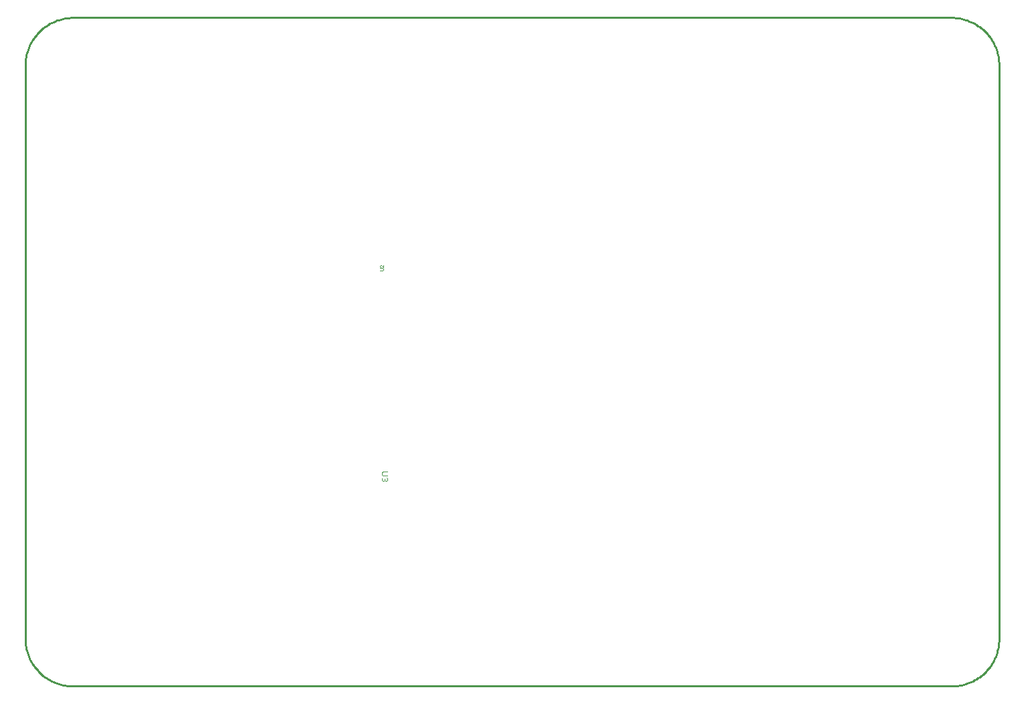
<source format=gm1>
G04*
G04 #@! TF.GenerationSoftware,Altium Limited,Altium Designer,21.3.1 (25)*
G04*
G04 Layer_Color=16711935*
%FSLAX25Y25*%
%MOIN*%
G70*
G04*
G04 #@! TF.SameCoordinates,B8EFB4BC-30DA-42F7-88CE-EC59C6869F36*
G04*
G04*
G04 #@! TF.FilePolarity,Positive*
G04*
G01*
G75*
%ADD10C,0.01000*%
%ADD11C,0.00394*%
%ADD130C,0.00236*%
D10*
X23622Y332677D02*
X22619Y332656D01*
X21619Y332592D01*
X20622Y332486D01*
X19630Y332337D01*
X18645Y332147D01*
X17670Y331915D01*
X16705Y331642D01*
X15753Y331328D01*
X14814Y330974D01*
X13892Y330580D01*
X12987Y330148D01*
X12102Y329678D01*
X11237Y329170D01*
X10394Y328626D01*
X9576Y328047D01*
X8782Y327434D01*
X8016Y326787D01*
X7277Y326109D01*
X6568Y325400D01*
X5890Y324662D01*
X5243Y323895D01*
X4630Y323102D01*
X4051Y322283D01*
X3507Y321440D01*
X3000Y320575D01*
X2529Y319690D01*
X2097Y318785D01*
X1703Y317863D01*
X1349Y316925D01*
X1035Y315972D01*
X762Y315007D01*
X530Y314032D01*
X340Y313047D01*
X191Y312055D01*
X85Y311058D01*
X21Y310058D01*
X0Y309055D01*
X484252D02*
X484231Y310058D01*
X484167Y311058D01*
X484061Y312055D01*
X483912Y313047D01*
X483722Y314032D01*
X483490Y315007D01*
X483216Y315972D01*
X482903Y316925D01*
X482549Y317863D01*
X482155Y318785D01*
X481723Y319690D01*
X481252Y320575D01*
X480745Y321440D01*
X480201Y322283D01*
X479622Y323102D01*
X479009Y323895D01*
X478362Y324662D01*
X477684Y325400D01*
X476975Y326109D01*
X476236Y326787D01*
X475470Y327434D01*
X474676Y328047D01*
X473858Y328626D01*
X473015Y329170D01*
X472150Y329678D01*
X471265Y330148D01*
X470360Y330580D01*
X469438Y330974D01*
X468499Y331328D01*
X467547Y331642D01*
X466582Y331915D01*
X465607Y332147D01*
X464622Y332337D01*
X463630Y332486D01*
X462633Y332592D01*
X461632Y332656D01*
X460630Y332677D01*
Y0D02*
X461632Y21D01*
X462633Y85D01*
X463630Y191D01*
X464622Y340D01*
X465607Y530D01*
X466582Y762D01*
X467547Y1035D01*
X468499Y1349D01*
X469438Y1703D01*
X470360Y2097D01*
X471265Y2529D01*
X472150Y3000D01*
X473015Y3507D01*
X473858Y4051D01*
X474676Y4630D01*
X475470Y5243D01*
X476236Y5890D01*
X476975Y6568D01*
X477684Y7277D01*
X478362Y8016D01*
X479009Y8782D01*
X479622Y9576D01*
X480201Y10394D01*
X480745Y11237D01*
X481252Y12102D01*
X481723Y12987D01*
X482155Y13892D01*
X482549Y14814D01*
X482903Y15753D01*
X483216Y16705D01*
X483490Y17670D01*
X483722Y18645D01*
X483912Y19630D01*
X484061Y20622D01*
X484167Y21619D01*
X484231Y22619D01*
X484252Y23622D01*
X0D02*
X21Y22619D01*
X85Y21619D01*
X191Y20622D01*
X340Y19630D01*
X530Y18645D01*
X762Y17670D01*
X1035Y16705D01*
X1349Y15753D01*
X1703Y14814D01*
X2097Y13892D01*
X2529Y12987D01*
X3000Y12102D01*
X3507Y11237D01*
X4051Y10394D01*
X4630Y9576D01*
X5243Y8782D01*
X5890Y8016D01*
X6568Y7277D01*
X7277Y6568D01*
X8016Y5890D01*
X8782Y5243D01*
X9576Y4630D01*
X10394Y4051D01*
X11237Y3507D01*
X12102Y3000D01*
X12987Y2529D01*
X13892Y2097D01*
X14814Y1703D01*
X15753Y1349D01*
X16705Y1035D01*
X17670Y762D01*
X18645Y530D01*
X19630Y340D01*
X20622Y191D01*
X21619Y85D01*
X22619Y21D01*
X23622Y0D01*
X460630D01*
X484252Y23622D02*
Y309055D01*
X23622Y332677D02*
X460630D01*
X0Y23622D02*
Y309055D01*
D11*
X180102Y106681D02*
X177806D01*
X177347Y106222D01*
Y105304D01*
X177806Y104844D01*
X180102D01*
X179642Y103926D02*
X180102Y103467D01*
Y102549D01*
X179642Y102089D01*
X179183D01*
X178724Y102549D01*
Y103008D01*
Y102549D01*
X178265Y102089D01*
X177806D01*
X177347Y102549D01*
Y103467D01*
X177806Y103926D01*
D130*
X176485Y206949D02*
X177797D01*
X178059Y207211D01*
Y207736D01*
X177797Y207998D01*
X176485D01*
X178059Y209573D02*
Y208523D01*
X177009Y209573D01*
X176747D01*
X176485Y209310D01*
Y208786D01*
X176747Y208523D01*
M02*

</source>
